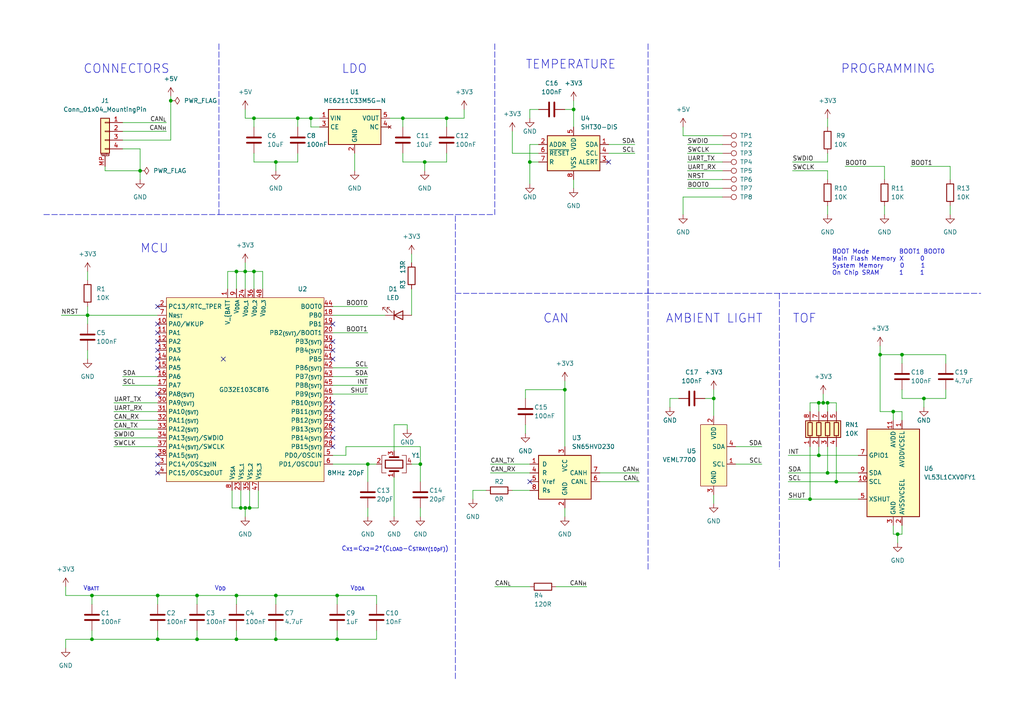
<source format=kicad_sch>
(kicad_sch (version 20211123) (generator eeschema)
  (paper "A4")
  (lib_symbols
    (symbol "Connector:TestPoint" (pin_numbers hide) (pin_names (offset 0.762) hide)
      (property "Reference" "TP" (at 0 6.858 0))
      (property "Value" "TestPoint" (at 0 5.08 0))
      (symbol "TestPoint_0_1"
        (circle (center 0 3.302) (radius 0.762))
      )
      (symbol "TestPoint_1_1"
        (pin passive line (at 0 0 90) (length 2.54) (name "1") (number "1"))
      )
    )
    (symbol "Connector_Generic_MountingPin:Conn_01x04_MountingPin" (pin_names (offset 1.016) hide)
      (property "Reference" "J" (at 0 5.08 0))
      (property "Value" "Conn_01x04_MountingPin" (at 1.27 -7.62 0))
      (symbol "Conn_01x04_MountingPin_1_1"
        (rectangle (start -1.27 -4.953) (end 0 -5.207) (stroke (width 0.1524)))
        (rectangle (start -1.27 -2.413) (end 0 -2.667) (stroke (width 0.1524)))
        (rectangle (start -1.27 0.127) (end 0 -0.127) (stroke (width 0.1524)))
        (rectangle (start -1.27 2.667) (end 0 2.413) (stroke (width 0.1524)))
        (rectangle (start -1.27 3.81) (end 1.27 -6.35) (stroke (width 0.254)) (fill (type background)))
        (polyline (pts (xy -1.016 -7.112) (xy 1.016 -7.112)) (stroke (width 0.1524)))
        (text "Mounting" (at 0 -6.731 0) (effects (font (size 0.381 0.381))))
        (pin passive line (at -5.08 2.54 0) (length 3.81) (name "Pin_1") (number "1"))
        (pin passive line (at -5.08 0 0) (length 3.81) (name "Pin_2") (number "2"))
        (pin passive line (at -5.08 -2.54 0) (length 3.81) (name "Pin_3") (number "3"))
        (pin passive line (at -5.08 -5.08 0) (length 3.81) (name "Pin_4") (number "4"))
        (pin passive line (at 0 -10.16 90) (length 3.048) (name "MountPin") (number "MP"))
      )
    )
    (symbol "Device:C" (pin_numbers hide) (pin_names (offset 0.254))
      (property "Reference" "C" (at 0.635 2.54 0))
      (property "Value" "C" (at 0.635 -2.54 0))
      (symbol "C_0_1"
        (polyline (pts (xy -2.032 -0.762) (xy 2.032 -0.762)) (stroke (width 0.508)))
        (polyline (pts (xy -2.032 0.762) (xy 2.032 0.762)) (stroke (width 0.508)))
      )
      (symbol "C_1_1"
        (pin passive line (at 0 3.81 270) (length 2.794) (name "~") (number "1"))
        (pin passive line (at 0 -3.81 90) (length 2.794) (name "~") (number "2"))
      )
    )
    (symbol "Device:Crystal_GND24" (pin_names (offset 1.016) hide)
      (property "Reference" "Y" (at 3.175 5.08 0))
      (property "Value" "Crystal_GND24" (at 3.175 3.175 0))
      (symbol "Crystal_GND24_0_1"
        (rectangle (start -1.143 2.54) (end 1.143 -2.54) (stroke (width 0.3048)))
        (polyline (pts (xy -2.54 0) (xy -2.032 0)))
        (polyline (pts (xy -2.032 -1.27) (xy -2.032 1.27)) (stroke (width 0.508)))
        (polyline (pts (xy 0 -3.81) (xy 0 -3.556)))
        (polyline (pts (xy 0 3.556) (xy 0 3.81)))
        (polyline (pts (xy 2.032 -1.27) (xy 2.032 1.27)) (stroke (width 0.508)))
        (polyline (pts (xy 2.032 0) (xy 2.54 0)))
        (polyline (pts (xy -2.54 -2.286) (xy -2.54 -3.556) (xy 2.54 -3.556) (xy 2.54 -2.286)))
        (polyline (pts (xy -2.54 2.286) (xy -2.54 3.556) (xy 2.54 3.556) (xy 2.54 2.286)))
      )
      (symbol "Crystal_GND24_1_1"
        (pin passive line (at -3.81 0 0) (length 1.27) (name "1") (number "1"))
        (pin passive line (at 0 5.08 270) (length 1.27) (name "2") (number "2"))
        (pin passive line (at 3.81 0 180) (length 1.27) (name "3") (number "3"))
        (pin passive line (at 0 -5.08 90) (length 1.27) (name "4") (number "4"))
      )
    )
    (symbol "Device:LED" (pin_numbers hide) (pin_names (offset 1.016) hide)
      (property "Reference" "D" (at 0 2.54 0))
      (property "Value" "LED" (at 0 -2.54 0))
      (symbol "LED_0_1"
        (polyline (pts (xy -1.27 -1.27) (xy -1.27 1.27)) (stroke (width 0.254)))
        (polyline (pts (xy -1.27 0) (xy 1.27 0)))
        (polyline (pts (xy 1.27 -1.27) (xy 1.27 1.27) (xy -1.27 0) (xy 1.27 -1.27)) (stroke (width 0.254)))
        (polyline (pts (xy -3.048 -0.762) (xy -4.572 -2.286) (xy -3.81 -2.286) (xy -4.572 -2.286) (xy -4.572 -1.524)))
        (polyline (pts (xy -1.778 -0.762) (xy -3.302 -2.286) (xy -2.54 -2.286) (xy -3.302 -2.286) (xy -3.302 -1.524)))
      )
      (symbol "LED_1_1"
        (pin passive line (at -3.81 0 0) (length 2.54) (name "K") (number "1"))
        (pin passive line (at 3.81 0 180) (length 2.54) (name "A") (number "2"))
      )
    )
    (symbol "Device:R" (pin_numbers hide) (pin_names (offset 0))
      (property "Reference" "R" (at 2.032 0 90))
      (property "Value" "R" (at 0 0 90))
      (symbol "R_0_1"
        (rectangle (start -1.016 -2.54) (end 1.016 2.54) (stroke (width 0.254)))
      )
      (symbol "R_1_1"
        (pin passive line (at 0 3.81 270) (length 1.27) (name "~") (number "1"))
        (pin passive line (at 0 -3.81 90) (length 1.27) (name "~") (number "2"))
      )
    )
    (symbol "Device:R_Pack04" (pin_names (offset 0) hide)
      (property "Reference" "RN" (at -7.62 0 90))
      (property "Value" "R_Pack04" (at 5.08 0 90))
      (symbol "R_Pack04_0_1"
        (rectangle (start -6.35 -2.413) (end 3.81 2.413) (stroke (width 0.254)) (fill (type background)))
        (rectangle (start -5.715 1.905) (end -4.445 -1.905) (stroke (width 0.254)))
        (rectangle (start -3.175 1.905) (end -1.905 -1.905) (stroke (width 0.254)))
        (rectangle (start -0.635 1.905) (end 0.635 -1.905) (stroke (width 0.254)))
        (polyline (pts (xy -5.08 -2.54) (xy -5.08 -1.905)))
        (polyline (pts (xy -5.08 1.905) (xy -5.08 2.54)))
        (polyline (pts (xy -2.54 -2.54) (xy -2.54 -1.905)))
        (polyline (pts (xy -2.54 1.905) (xy -2.54 2.54)))
        (polyline (pts (xy 0 -2.54) (xy 0 -1.905)))
        (polyline (pts (xy 0 1.905) (xy 0 2.54)))
        (polyline (pts (xy 2.54 -2.54) (xy 2.54 -1.905)))
        (polyline (pts (xy 2.54 1.905) (xy 2.54 2.54)))
        (rectangle (start 1.905 1.905) (end 3.175 -1.905) (stroke (width 0.254)))
      )
      (symbol "R_Pack04_1_1"
        (pin passive line (at -5.08 -5.08 90) (length 2.54) (name "R1.1") (number "1"))
        (pin passive line (at -2.54 -5.08 90) (length 2.54) (name "R2.1") (number "2"))
        (pin passive line (at 0 -5.08 90) (length 2.54) (name "R3.1") (number "3"))
        (pin passive line (at 2.54 -5.08 90) (length 2.54) (name "R4.1") (number "4"))
        (pin passive line (at 2.54 5.08 270) (length 2.54) (name "R4.2") (number "5"))
        (pin passive line (at 0 5.08 270) (length 2.54) (name "R3.2") (number "6"))
        (pin passive line (at -2.54 5.08 270) (length 2.54) (name "R2.2") (number "7"))
        (pin passive line (at -5.08 5.08 270) (length 2.54) (name "R1.2") (number "8"))
      )
    )
    (symbol "Interface_CAN_LIN:SN65HVD230" (pin_names (offset 1.016))
      (property "Reference" "U" (at -2.54 10.16 0))
      (property "Value" "SN65HVD230" (at -2.54 7.62 0))
      (symbol "SN65HVD230_0_1"
        (rectangle (start -7.62 5.08) (end 7.62 -7.62) (stroke (width 0.254)) (fill (type background)))
      )
      (symbol "SN65HVD230_1_1"
        (pin input line (at -10.16 2.54 0) (length 2.54) (name "D") (number "1"))
        (pin power_in line (at 0 -10.16 90) (length 2.54) (name "GND") (number "2"))
        (pin power_in line (at 0 7.62 270) (length 2.54) (name "VCC") (number "3"))
        (pin output line (at -10.16 0 0) (length 2.54) (name "R") (number "4"))
        (pin output line (at -10.16 -2.54 0) (length 2.54) (name "Vref") (number "5"))
        (pin bidirectional line (at 10.16 -2.54 180) (length 2.54) (name "CANL") (number "6"))
        (pin bidirectional line (at 10.16 0 180) (length 2.54) (name "CANH") (number "7"))
        (pin input line (at -10.16 -5.08 0) (length 2.54) (name "Rs") (number "8"))
      )
    )
    (symbol "Sensor_Distance:VL53L1CXV0FY1"
      (property "Reference" "U" (at -6.35 13.97 0))
      (property "Value" "VL53L1CXV0FY1" (at 12.065 13.97 0))
      (symbol "VL53L1CXV0FY1_0_1"
        (rectangle (start -7.62 12.7) (end 7.62 -12.7) (stroke (width 0.254)) (fill (type background)))
      )
      (symbol "VL53L1CXV0FY1_1_1"
        (pin power_in line (at 2.54 15.24 270) (length 2.54) (name "AVDDVCSEL") (number "1"))
        (pin input line (at -10.16 -2.54 0) (length 2.54) (name "SCL") (number "10"))
        (pin power_in line (at 0 15.24 270) (length 2.54) (name "AVDD") (number "11"))
        (pin passive line (at 0 -15.24 90) (length 2.54) hide (name "GND") (number "12"))
        (pin power_in line (at 2.54 -15.24 90) (length 2.54) (name "AVSSVCSEL") (number "2"))
        (pin power_in line (at 0 -15.24 90) (length 2.54) (name "GND") (number "3"))
        (pin passive line (at 0 -15.24 90) (length 2.54) hide (name "GND") (number "4"))
        (pin input line (at -10.16 -7.62 0) (length 2.54) (name "XSHUT") (number "5"))
        (pin passive line (at 0 -15.24 90) (length 2.54) hide (name "GND") (number "6"))
        (pin open_collector line (at -10.16 5.08 0) (length 2.54) (name "GPIO1") (number "7"))
        (pin no_connect line (at -7.62 7.62 0) (length 2.54) hide (name "DNC") (number "8"))
        (pin bidirectional line (at -10.16 0 0) (length 2.54) (name "SDA") (number "9"))
      )
    )
    (symbol "Sensor_Humidity:SHT30-DIS"
      (property "Reference" "U" (at -6.35 6.35 0))
      (property "Value" "SHT30-DIS" (at 6.35 6.35 0))
      (symbol "SHT30-DIS_0_1"
        (rectangle (start -7.62 5.08) (end 7.62 -5.08) (stroke (width 0.254)) (fill (type background)))
      )
      (symbol "SHT30-DIS_1_1"
        (pin bidirectional line (at 10.16 2.54 180) (length 2.54) (name "SDA") (number "1"))
        (pin input line (at -10.16 2.54 0) (length 2.54) (name "ADDR") (number "2"))
        (pin output line (at 10.16 -2.54 180) (length 2.54) (name "ALERT") (number "3"))
        (pin input line (at 10.16 0 180) (length 2.54) (name "SCL") (number "4"))
        (pin power_in line (at 0 7.62 270) (length 2.54) (name "VDD") (number "5"))
        (pin input line (at -10.16 0 0) (length 2.54) (name "~{RESET}") (number "6"))
        (pin passive line (at -10.16 -2.54 0) (length 2.54) (name "R") (number "7"))
        (pin power_in line (at 0 -7.62 90) (length 2.54) (name "VSS") (number "8"))
        (pin passive line (at 0 -7.62 90) (length 2.54) hide (name "VSS") (number "9"))
      )
    )
    (symbol "power:+3V3" (power) (pin_names (offset 0))
      (property "Value" "+3V3" (at 0 3.556 0))
      (symbol "+3V3_0_1"
        (polyline (pts (xy -0.762 1.27) (xy 0 2.54)))
        (polyline (pts (xy 0 0) (xy 0 2.54)))
        (polyline (pts (xy 0 2.54) (xy 0.762 1.27)))
      )
      (symbol "+3V3_1_1"
        (pin power_in line (at 0 0 90) (length 0) hide (name "+3V3") (number "1"))
      )
    )
    (symbol "power:+5V" (power) (pin_names (offset 0))
      (property "Value" "+5V" (at 0 3.556 0))
      (symbol "+5V_0_1"
        (polyline (pts (xy -0.762 1.27) (xy 0 2.54)))
        (polyline (pts (xy 0 0) (xy 0 2.54)))
        (polyline (pts (xy 0 2.54) (xy 0.762 1.27)))
      )
      (symbol "+5V_1_1"
        (pin power_in line (at 0 0 90) (length 0) hide (name "+5V") (number "1"))
      )
    )
    (symbol "power:GND" (power) (pin_names (offset 0))
      (property "Value" "GND" (at 0 -3.81 0))
      (symbol "GND_0_1"
        (polyline (pts (xy 0 0) (xy 0 -1.27) (xy 1.27 -1.27) (xy 0 -2.54) (xy -1.27 -1.27) (xy 0 -1.27)))
      )
      (symbol "GND_1_1"
        (pin power_in line (at 0 0 270) (length 0) hide (name "GND") (number "1"))
      )
    )
    (symbol "power:PWR_FLAG" (power) (pin_numbers hide) (pin_names (offset 0) hide)
      (property "Value" "PWR_FLAG" (at 0 3.81 0))
      (symbol "PWR_FLAG_0_0"
        (pin power_out line (at 0 0 90) (length 0) (name "pwr") (number "1"))
      )
      (symbol "PWR_FLAG_0_1"
        (polyline (pts (xy 0 0) (xy 0 1.27) (xy -1.016 1.905) (xy 0 2.54) (xy 1.016 1.905) (xy 0 1.27)))
      )
    )
    (symbol "tofncan:GD32E103C8T6"
      (property "Reference" "U" (at 19.05 29.21 0))
      (property "Value" "GD32E103C8T6" (at 0 0 0))
      (symbol "GD32E103C8T6_0_1"
        (rectangle (start -22.86 26.67) (end 22.86 -26.67) (fill (type background)))
      )
      (symbol "GD32E103C8T6_1_1"
        (pin power_in line (at -5.08 29.21 270) (length 2.54) (name "V_{BATT") (number "1"))
        (pin bidirectional line (at -25.4 19.05 0) (length 2.54) (name "PA0/WKUP") (number "10"))
        (pin bidirectional line (at -25.4 16.51 0) (length 2.54) (name "PA1") (number "11"))
        (pin bidirectional line (at -25.4 13.97 0) (length 2.54) (name "PA2") (number "12"))
        (pin bidirectional line (at -25.4 11.43 0) (length 2.54) (name "PA3") (number "13"))
        (pin bidirectional line (at -25.4 8.89 0) (length 2.54) (name "PA4") (number "14"))
        (pin bidirectional line (at -25.4 6.35 0) (length 2.54) (name "PA5") (number "15"))
        (pin bidirectional line (at -25.4 3.81 0) (length 2.54) (name "PA6") (number "16"))
        (pin bidirectional line (at -25.4 1.27 0) (length 2.54) (name "PA7") (number "17"))
        (pin bidirectional line (at 25.4 21.59 180) (length 2.54) (name "PB0") (number "18"))
        (pin bidirectional line (at 25.4 19.05 180) (length 2.54) (name "PB1") (number "19"))
        (pin bidirectional line (at -25.4 24.13 0) (length 2.54) (name "PC13/RTC_TPER") (number "2"))
        (pin bidirectional line (at 25.4 16.51 180) (length 2.54) (name "PB2_{(5VT)}/BOOT1") (number "20"))
        (pin bidirectional line (at 25.4 -3.81 180) (length 2.54) (name "PB10_{(5VT)}") (number "21"))
        (pin bidirectional line (at 25.4 -6.35 180) (length 2.54) (name "PB11_{(5VT)}") (number "22"))
        (pin power_in line (at -1.27 -29.21 90) (length 2.54) (name "V_{SS_1}") (number "23"))
        (pin power_in line (at 0 29.21 270) (length 2.54) (name "V_{DD_1}") (number "24"))
        (pin bidirectional line (at 25.4 -8.89 180) (length 2.54) (name "PB12_{(5VT)}") (number "25"))
        (pin bidirectional line (at 25.4 -11.43 180) (length 2.54) (name "PB13_{(5VT)}") (number "26"))
        (pin bidirectional line (at 25.4 -13.97 180) (length 2.54) (name "PB14_{(5VT)}") (number "27"))
        (pin bidirectional line (at 25.4 -16.51 180) (length 2.54) (name "PB15_{(5VT)}") (number "28"))
        (pin bidirectional line (at -25.4 -1.27 0) (length 2.54) (name "PA8_{(5VT)}") (number "29"))
        (pin bidirectional line (at -25.4 -21.59 0) (length 2.54) (name "PC14/OSC_{32}IN") (number "3"))
        (pin bidirectional line (at -25.4 -3.81 0) (length 2.54) (name "PA9_{(5VT)}") (number "30"))
        (pin bidirectional line (at -25.4 -6.35 0) (length 2.54) (name "PA10_{(5VT)}") (number "31"))
        (pin bidirectional line (at -25.4 -8.89 0) (length 2.54) (name "PA11_{(5VT)}") (number "32"))
        (pin bidirectional line (at -25.4 -11.43 0) (length 2.54) (name "PA12_{(5VT)}") (number "33"))
        (pin bidirectional line (at -25.4 -13.97 0) (length 2.54) (name "PA13_{(5VT)}/SWDIO") (number "34"))
        (pin power_in line (at 1.27 -29.21 90) (length 2.54) (name "V_{SS_2}") (number "35"))
        (pin power_in line (at 2.54 29.21 270) (length 2.54) (name "V_{DD_2}") (number "36"))
        (pin bidirectional line (at -25.4 -16.51 0) (length 2.54) (name "PA14_{(5VT)}/SWCLK") (number "37"))
        (pin bidirectional line (at -25.4 -19.05 0) (length 2.54) (name "PA15_{(5VT)}") (number "38"))
        (pin bidirectional line (at 25.4 13.97 180) (length 2.54) (name "PB3_{(5VT)}") (number "39"))
        (pin bidirectional line (at -25.4 -24.13 0) (length 2.54) (name "PC15/OSC_{32}OUT") (number "4"))
        (pin bidirectional line (at 25.4 11.43 180) (length 2.54) (name "PB4_{(5VT)}") (number "40"))
        (pin bidirectional line (at 25.4 8.89 180) (length 2.54) (name "PB5") (number "41"))
        (pin bidirectional line (at 25.4 6.35 180) (length 2.54) (name "PB6_{(5VT)}") (number "42"))
        (pin bidirectional line (at 25.4 3.81 180) (length 2.54) (name "PB7_{(5VT)}") (number "43"))
        (pin input line (at 25.4 24.13 180) (length 2.54) (name "BOOT0") (number "44"))
        (pin bidirectional line (at 25.4 1.27 180) (length 2.54) (name "PB8_{(5VT)}") (number "45"))
        (pin bidirectional line (at 25.4 -1.27 180) (length 2.54) (name "PB9_{(5VT)}") (number "46"))
        (pin input line (at 3.81 -29.21 90) (length 2.54) (name "V_{SS_3}") (number "47"))
        (pin input line (at 5.08 29.21 270) (length 2.54) (name "V_{DD_3}") (number "48"))
        (pin input line (at 25.4 -19.05 180) (length 2.54) (name "PD0/OSCIN") (number "5"))
        (pin output line (at 25.4 -21.59 180) (length 2.54) (name "PD1/OSCOUT") (number "6"))
        (pin bidirectional line (at -25.4 21.59 0) (length 2.54) (name "N_{RST}") (number "7"))
        (pin power_in line (at -3.81 -29.21 90) (length 2.54) (name "V_{SSA}") (number "8"))
        (pin power_in line (at -2.54 29.21 270) (length 2.54) (name "V_{DDA}") (number "9"))
      )
    )
    (symbol "tofncan:ME6211C33M5G-N"
      (property "Reference" "U" (at 0 10.16 0))
      (property "Value" "ME6211C33M5G-N" (at 0 7.62 0))
      (symbol "ME6211C33M5G-N_0_1"
        (rectangle (start -7.62 5.08) (end 7.62 -5.08) (stroke (width 0.254)) (fill (type background)))
      )
      (symbol "ME6211C33M5G-N_1_1"
        (pin power_in line (at -10.16 2.54 0) (length 2.54) (name "VIN") (number "1"))
        (pin power_in line (at 0 -7.62 90) (length 2.54) (name "GND") (number "2"))
        (pin input line (at -10.16 0 0) (length 2.54) (name "CE") (number "3"))
        (pin no_connect line (at 10.16 0 180) (length 2.54) (name "NC") (number "4"))
        (pin power_out line (at 10.16 2.54 180) (length 2.54) (name "VOUT") (number "5"))
      )
    )
    (symbol "tofncan:VEML7700"
      (property "Reference" "U" (at 0 0 0))
      (property "Value" "VEML7700" (at 0 0 0))
      (symbol "VEML7700_0_1"
        (rectangle (start -3.81 8.89) (end 3.81 -8.89) (fill (type background)))
      )
      (symbol "VEML7700_1_1"
        (pin open_collector line (at 6.35 -2.54 180) (length 2.54) (name "SCL") (number "1"))
        (pin power_in line (at 0 11.43 270) (length 2.54) (name "VDD") (number "2"))
        (pin power_in line (at 0 -11.43 90) (length 2.54) (name "GND") (number "3"))
        (pin open_collector line (at 6.35 2.54 180) (length 2.54) (name "SDA") (number "4"))
      )
    )
  )
  (junction (at 237.49 116.84))
  (junction (at 267.97 115.57))
  (junction (at 240.03 116.84))
  (junction (at 259.08 119.38))
  (junction (at 45.72 185.42))
  (junction (at 207.01 115.57))
  (junction (at 153.67 46.99))
  (junction (at 260.35 154.94))
  (junction (at 40.64 49.53))
  (junction (at 80.01 185.42))
  (junction (at 73.66 78.74))
  (junction (at 68.58 172.72))
  (junction (at 234.95 144.78))
  (junction (at 97.79 185.42))
  (junction (at 49.53 29.21))
  (junction (at 73.66 34.29))
  (junction (at 240.03 137.16))
  (junction (at 72.39 147.32))
  (junction (at 71.12 78.74))
  (junction (at 71.12 147.32))
  (junction (at 90.17 34.29))
  (junction (at 68.58 78.74))
  (junction (at 80.01 172.72))
  (junction (at 121.92 134.62))
  (junction (at 26.67 185.42))
  (junction (at 166.37 31.75))
  (junction (at 26.67 172.72))
  (junction (at 69.85 147.32))
  (junction (at 123.19 46.99))
  (junction (at 68.58 185.42))
  (junction (at 45.72 172.72))
  (junction (at 129.54 34.29))
  (junction (at 261.62 102.87))
  (junction (at 237.49 132.08))
  (junction (at 80.01 46.99))
  (junction (at 97.79 172.72))
  (junction (at 238.76 116.84))
  (junction (at 116.84 34.29))
  (junction (at 25.4 91.44))
  (junction (at 106.68 134.62))
  (junction (at 57.15 185.42))
  (junction (at 255.27 102.87))
  (junction (at 86.36 34.29))
  (junction (at 57.15 172.72))
  (junction (at 163.83 113.03))
  (junction (at 242.57 139.7))
  (no_connect (at 45.72 132.08))
  (no_connect (at 96.52 104.14))
  (no_connect (at 176.53 46.99))
  (no_connect (at 153.67 139.7))
  (no_connect (at 96.52 121.92))
  (no_connect (at 96.52 127))
  (no_connect (at 96.52 129.54))
  (no_connect (at 45.72 137.16))
  (no_connect (at 45.72 134.62))
  (no_connect (at 45.72 114.3))
  (no_connect (at 45.72 106.68))
  (no_connect (at 45.72 88.9))
  (no_connect (at 45.72 93.98))
  (no_connect (at 45.72 96.52))
  (no_connect (at 45.72 99.06))
  (no_connect (at 45.72 101.6))
  (no_connect (at 45.72 104.14))
  (no_connect (at 96.52 93.98))
  (no_connect (at 96.52 116.84))
  (no_connect (at 64.77 104.14))
  (no_connect (at 96.52 99.06))
  (no_connect (at 96.52 119.38))
  (no_connect (at 96.52 101.6))
  (no_connect (at 96.52 124.46))
  (wire (pts (xy 173.99 139.7) (xy 185.42 139.7)))
  (wire (pts (xy 148.59 142.24) (xy 153.67 142.24)))
  (wire (pts (xy 33.02 127) (xy 45.72 127)))
  (wire (pts (xy 45.72 172.72) (xy 57.15 172.72)))
  (wire (pts (xy 69.85 142.24) (xy 69.85 147.32)))
  (wire (pts (xy 73.66 34.29) (xy 73.66 36.83)))
  (wire (pts (xy 240.03 59.69) (xy 240.03 62.23)))
  (wire (pts (xy 207.01 115.57) (xy 207.01 120.65)))
  (wire (pts (xy 35.56 35.56) (xy 48.26 35.56)))
  (wire (pts (xy 80.01 172.72) (xy 80.01 175.26)))
  (polyline (pts (xy 187.96 85.09) (xy 284.48 85.09)))
  (wire (pts (xy 74.93 147.32) (xy 74.93 142.24)))
  (wire (pts (xy 142.24 137.16) (xy 153.67 137.16)))
  (wire (pts (xy 113.03 34.29) (xy 116.84 34.29)))
  (wire (pts (xy 198.12 57.15) (xy 209.55 57.15)))
  (wire (pts (xy 213.36 134.62) (xy 220.98 134.62)))
  (wire (pts (xy 238.76 116.84) (xy 240.03 116.84)))
  (wire (pts (xy 176.53 41.91) (xy 184.15 41.91)))
  (wire (pts (xy 114.3 138.43) (xy 114.3 149.86)))
  (wire (pts (xy 73.66 78.74) (xy 76.2 78.74)))
  (wire (pts (xy 96.52 114.3) (xy 106.68 114.3)))
  (wire (pts (xy 68.58 172.72) (xy 68.58 175.26)))
  (wire (pts (xy 25.4 91.44) (xy 25.4 93.98)))
  (wire (pts (xy 17.78 91.44) (xy 25.4 91.44)))
  (polyline (pts (xy 187.96 12.7) (xy 187.96 85.09)))
  (wire (pts (xy 96.52 134.62) (xy 106.68 134.62)))
  (wire (pts (xy 261.62 113.03) (xy 261.62 115.57)))
  (wire (pts (xy 152.4 113.03) (xy 152.4 115.57)))
  (wire (pts (xy 45.72 182.88) (xy 45.72 185.42)))
  (wire (pts (xy 156.21 31.75) (xy 153.67 31.75)))
  (wire (pts (xy 153.67 46.99) (xy 153.67 53.34)))
  (wire (pts (xy 45.72 111.76) (xy 35.56 111.76)))
  (wire (pts (xy 274.32 115.57) (xy 274.32 113.03)))
  (wire (pts (xy 255.27 119.38) (xy 255.27 102.87)))
  (wire (pts (xy 261.62 115.57) (xy 267.97 115.57)))
  (wire (pts (xy 86.36 46.99) (xy 80.01 46.99)))
  (wire (pts (xy 242.57 116.84) (xy 242.57 119.38)))
  (wire (pts (xy 163.83 113.03) (xy 163.83 129.54)))
  (wire (pts (xy 275.59 59.69) (xy 275.59 62.23)))
  (wire (pts (xy 176.53 44.45) (xy 184.15 44.45)))
  (wire (pts (xy 256.54 48.26) (xy 256.54 52.07)))
  (wire (pts (xy 198.12 36.83) (xy 198.12 39.37)))
  (wire (pts (xy 66.04 78.74) (xy 68.58 78.74)))
  (wire (pts (xy 209.55 49.53) (xy 199.39 49.53)))
  (wire (pts (xy 240.03 34.29) (xy 240.03 36.83)))
  (wire (pts (xy 40.64 43.18) (xy 40.64 49.53)))
  (wire (pts (xy 123.19 46.99) (xy 116.84 46.99)))
  (wire (pts (xy 260.35 154.94) (xy 261.62 154.94)))
  (wire (pts (xy 209.55 44.45) (xy 199.39 44.45)))
  (wire (pts (xy 259.08 119.38) (xy 255.27 119.38)))
  (wire (pts (xy 198.12 39.37) (xy 209.55 39.37)))
  (polyline (pts (xy 187.96 85.09) (xy 187.96 83.82)))
  (wire (pts (xy 261.62 121.92) (xy 261.62 119.38)))
  (wire (pts (xy 261.62 102.87) (xy 261.62 105.41)))
  (wire (pts (xy 238.76 114.3) (xy 238.76 116.84)))
  (wire (pts (xy 86.36 34.29) (xy 90.17 34.29)))
  (polyline (pts (xy 132.08 196.85) (xy 132.08 62.23)))
  (wire (pts (xy 264.16 48.26) (xy 275.59 48.26)))
  (wire (pts (xy 209.55 54.61) (xy 199.39 54.61)))
  (wire (pts (xy 123.19 49.53) (xy 123.19 46.99)))
  (wire (pts (xy 209.55 41.91) (xy 199.39 41.91)))
  (wire (pts (xy 76.2 78.74) (xy 76.2 83.82)))
  (wire (pts (xy 35.56 43.18) (xy 40.64 43.18)))
  (wire (pts (xy 96.52 88.9) (xy 106.68 88.9)))
  (wire (pts (xy 71.12 34.29) (xy 73.66 34.29)))
  (wire (pts (xy 68.58 185.42) (xy 80.01 185.42)))
  (wire (pts (xy 67.31 142.24) (xy 67.31 147.32)))
  (wire (pts (xy 260.35 154.94) (xy 260.35 157.48)))
  (wire (pts (xy 255.27 100.33) (xy 255.27 102.87)))
  (wire (pts (xy 71.12 78.74) (xy 71.12 83.82)))
  (wire (pts (xy 207.01 143.51) (xy 207.01 146.05)))
  (wire (pts (xy 25.4 78.74) (xy 25.4 81.28)))
  (wire (pts (xy 109.22 185.42) (xy 109.22 182.88)))
  (wire (pts (xy 163.83 147.32) (xy 163.83 149.86)))
  (wire (pts (xy 71.12 78.74) (xy 73.66 78.74)))
  (wire (pts (xy 100.33 132.08) (xy 100.33 129.54)))
  (wire (pts (xy 148.59 38.1) (xy 148.59 44.45)))
  (wire (pts (xy 97.79 185.42) (xy 109.22 185.42)))
  (wire (pts (xy 97.79 172.72) (xy 97.79 175.26)))
  (wire (pts (xy 68.58 78.74) (xy 68.58 83.82)))
  (wire (pts (xy 86.36 34.29) (xy 86.36 36.83)))
  (wire (pts (xy 119.38 83.82) (xy 119.38 91.44)))
  (wire (pts (xy 72.39 147.32) (xy 74.93 147.32)))
  (wire (pts (xy 237.49 129.54) (xy 237.49 132.08)))
  (wire (pts (xy 198.12 57.15) (xy 198.12 62.23)))
  (wire (pts (xy 40.64 49.53) (xy 40.64 52.07)))
  (wire (pts (xy 237.49 132.08) (xy 248.92 132.08)))
  (wire (pts (xy 26.67 172.72) (xy 45.72 172.72)))
  (wire (pts (xy 26.67 185.42) (xy 19.05 185.42)))
  (wire (pts (xy 234.95 116.84) (xy 237.49 116.84)))
  (wire (pts (xy 86.36 44.45) (xy 86.36 46.99)))
  (wire (pts (xy 90.17 34.29) (xy 90.17 36.83)))
  (wire (pts (xy 242.57 129.54) (xy 242.57 139.7)))
  (wire (pts (xy 57.15 182.88) (xy 57.15 185.42)))
  (wire (pts (xy 256.54 59.69) (xy 256.54 62.23)))
  (wire (pts (xy 25.4 101.6) (xy 25.4 104.14)))
  (wire (pts (xy 240.03 129.54) (xy 240.03 137.16)))
  (wire (pts (xy 228.6 139.7) (xy 242.57 139.7)))
  (wire (pts (xy 96.52 106.68) (xy 106.68 106.68)))
  (wire (pts (xy 68.58 172.72) (xy 80.01 172.72)))
  (wire (pts (xy 213.36 129.54) (xy 220.98 129.54)))
  (wire (pts (xy 228.6 132.08) (xy 237.49 132.08)))
  (wire (pts (xy 255.27 102.87) (xy 261.62 102.87)))
  (wire (pts (xy 163.83 110.49) (xy 163.83 113.03)))
  (wire (pts (xy 166.37 31.75) (xy 166.37 36.83)))
  (wire (pts (xy 26.67 185.42) (xy 45.72 185.42)))
  (wire (pts (xy 96.52 96.52) (xy 106.68 96.52)))
  (wire (pts (xy 116.84 34.29) (xy 129.54 34.29)))
  (wire (pts (xy 109.22 134.62) (xy 106.68 134.62)))
  (wire (pts (xy 96.52 111.76) (xy 106.68 111.76)))
  (wire (pts (xy 96.52 132.08) (xy 100.33 132.08)))
  (wire (pts (xy 67.31 147.32) (xy 69.85 147.32)))
  (wire (pts (xy 100.33 129.54) (xy 121.92 129.54)))
  (wire (pts (xy 123.19 46.99) (xy 129.54 46.99)))
  (wire (pts (xy 245.11 48.26) (xy 256.54 48.26)))
  (wire (pts (xy 66.04 83.82) (xy 66.04 78.74)))
  (wire (pts (xy 129.54 44.45) (xy 129.54 46.99)))
  (wire (pts (xy 92.71 36.83) (xy 90.17 36.83)))
  (wire (pts (xy 237.49 116.84) (xy 238.76 116.84)))
  (wire (pts (xy 119.38 134.62) (xy 121.92 134.62)))
  (wire (pts (xy 161.29 170.18) (xy 170.18 170.18)))
  (wire (pts (xy 80.01 49.53) (xy 80.01 46.99)))
  (wire (pts (xy 234.95 119.38) (xy 234.95 116.84)))
  (wire (pts (xy 80.01 185.42) (xy 97.79 185.42)))
  (wire (pts (xy 33.02 121.92) (xy 45.72 121.92)))
  (wire (pts (xy 228.6 137.16) (xy 240.03 137.16)))
  (wire (pts (xy 163.83 113.03) (xy 152.4 113.03)))
  (wire (pts (xy 121.92 134.62) (xy 121.92 139.7)))
  (polyline (pts (xy 63.5 62.23) (xy 143.51 62.23)))
  (wire (pts (xy 116.84 46.99) (xy 116.84 44.45)))
  (wire (pts (xy 118.11 123.19) (xy 118.11 124.46)))
  (wire (pts (xy 240.03 44.45) (xy 240.03 46.99)))
  (wire (pts (xy 137.16 142.24) (xy 137.16 144.78)))
  (wire (pts (xy 73.66 46.99) (xy 73.66 44.45)))
  (wire (pts (xy 96.52 109.22) (xy 106.68 109.22)))
  (wire (pts (xy 90.17 34.29) (xy 92.71 34.29)))
  (wire (pts (xy 121.92 129.54) (xy 121.92 134.62)))
  (wire (pts (xy 153.67 31.75) (xy 153.67 34.29)))
  (wire (pts (xy 156.21 41.91) (xy 153.67 41.91)))
  (wire (pts (xy 196.85 115.57) (xy 194.31 115.57)))
  (wire (pts (xy 142.24 134.62) (xy 153.67 134.62)))
  (wire (pts (xy 114.3 123.19) (xy 118.11 123.19)))
  (polyline (pts (xy 63.5 12.7) (xy 63.5 62.23)))
  (wire (pts (xy 234.95 144.78) (xy 248.92 144.78)))
  (wire (pts (xy 71.12 147.32) (xy 71.12 149.86)))
  (wire (pts (xy 261.62 154.94) (xy 261.62 152.4)))
  (wire (pts (xy 71.12 31.75) (xy 71.12 34.29)))
  (wire (pts (xy 106.68 147.32) (xy 106.68 149.86)))
  (wire (pts (xy 119.38 73.66) (xy 119.38 76.2)))
  (wire (pts (xy 234.95 129.54) (xy 234.95 144.78)))
  (wire (pts (xy 73.66 78.74) (xy 73.66 83.82)))
  (wire (pts (xy 261.62 119.38) (xy 259.08 119.38)))
  (wire (pts (xy 25.4 91.44) (xy 45.72 91.44)))
  (wire (pts (xy 33.02 124.46) (xy 45.72 124.46)))
  (wire (pts (xy 26.67 172.72) (xy 19.05 172.72)))
  (wire (pts (xy 134.62 31.75) (xy 134.62 34.29)))
  (wire (pts (xy 30.48 48.26) (xy 30.48 49.53)))
  (wire (pts (xy 156.21 44.45) (xy 148.59 44.45)))
  (wire (pts (xy 57.15 185.42) (xy 68.58 185.42)))
  (wire (pts (xy 116.84 34.29) (xy 116.84 36.83)))
  (wire (pts (xy 30.48 49.53) (xy 40.64 49.53)))
  (wire (pts (xy 57.15 172.72) (xy 68.58 172.72)))
  (wire (pts (xy 259.08 119.38) (xy 259.08 121.92)))
  (wire (pts (xy 207.01 115.57) (xy 204.47 115.57)))
  (wire (pts (xy 153.67 46.99) (xy 156.21 46.99)))
  (wire (pts (xy 80.01 182.88) (xy 80.01 185.42)))
  (wire (pts (xy 96.52 91.44) (xy 111.76 91.44)))
  (wire (pts (xy 237.49 116.84) (xy 237.49 119.38)))
  (wire (pts (xy 33.02 116.84) (xy 45.72 116.84)))
  (wire (pts (xy 229.87 49.53) (xy 240.03 49.53)))
  (wire (pts (xy 274.32 102.87) (xy 274.32 105.41)))
  (wire (pts (xy 240.03 137.16) (xy 248.92 137.16)))
  (wire (pts (xy 68.58 78.74) (xy 71.12 78.74)))
  (wire (pts (xy 45.72 109.22) (xy 35.56 109.22)))
  (wire (pts (xy 57.15 172.72) (xy 57.15 175.26)))
  (wire (pts (xy 275.59 48.26) (xy 275.59 52.07)))
  (wire (pts (xy 26.67 182.88) (xy 26.67 185.42)))
  (wire (pts (xy 72.39 142.24) (xy 72.39 147.32)))
  (wire (pts (xy 33.02 129.54) (xy 45.72 129.54)))
  (wire (pts (xy 33.02 119.38) (xy 45.72 119.38)))
  (wire (pts (xy 109.22 172.72) (xy 109.22 175.26)))
  (wire (pts (xy 45.72 172.72) (xy 45.72 175.26)))
  (wire (pts (xy 71.12 147.32) (xy 72.39 147.32)))
  (wire (pts (xy 68.58 182.88) (xy 68.58 185.42)))
  (wire (pts (xy 209.55 46.99) (xy 199.39 46.99)))
  (wire (pts (xy 19.05 170.18) (xy 19.05 172.72)))
  (polyline (pts (xy 132.08 85.09) (xy 187.96 85.09)))
  (wire (pts (xy 49.53 27.94) (xy 49.53 29.21)))
  (wire (pts (xy 240.03 116.84) (xy 242.57 116.84)))
  (wire (pts (xy 73.66 34.29) (xy 86.36 34.29)))
  (wire (pts (xy 140.97 142.24) (xy 137.16 142.24)))
  (wire (pts (xy 129.54 34.29) (xy 134.62 34.29)))
  (wire (pts (xy 26.67 175.26) (xy 26.67 172.72)))
  (wire (pts (xy 259.08 154.94) (xy 260.35 154.94)))
  (wire (pts (xy 114.3 123.19) (xy 114.3 130.81)))
  (polyline (pts (xy 143.51 12.7) (xy 143.51 62.23)))
  (wire (pts (xy 69.85 147.32) (xy 71.12 147.32)))
  (wire (pts (xy 194.31 115.57) (xy 194.31 118.11)))
  (wire (pts (xy 45.72 185.42) (xy 57.15 185.42)))
  (wire (pts (xy 19.05 185.42) (xy 19.05 187.96)))
  (wire (pts (xy 207.01 113.03) (xy 207.01 115.57)))
  (wire (pts (xy 229.87 46.99) (xy 240.03 46.99)))
  (wire (pts (xy 97.79 182.88) (xy 97.79 185.42)))
  (wire (pts (xy 80.01 172.72) (xy 97.79 172.72)))
  (wire (pts (xy 102.87 44.45) (xy 102.87 49.53)))
  (wire (pts (xy 25.4 88.9) (xy 25.4 91.44)))
  (wire (pts (xy 152.4 123.19) (xy 152.4 125.73)))
  (wire (pts (xy 166.37 29.21) (xy 166.37 31.75)))
  (wire (pts (xy 242.57 139.7) (xy 248.92 139.7)))
  (polyline (pts (xy 226.06 85.09) (xy 226.06 165.1)))
  (wire (pts (xy 267.97 115.57) (xy 267.97 118.11)))
  (wire (pts (xy 209.55 52.07) (xy 199.39 52.07)))
  (wire (pts (xy 71.12 76.2) (xy 71.12 78.74)))
  (wire (pts (xy 240.03 116.84) (xy 240.03 119.38)))
  (polyline (pts (xy 187.96 165.1) (xy 187.96 85.09)))
  (wire (pts (xy 129.54 34.29) (xy 129.54 36.83)))
  (polyline (pts (xy 12.7 62.23) (xy 63.5 62.23)))
  (wire (pts (xy 166.37 52.07) (xy 166.37 54.61)))
  (wire (pts (xy 267.97 115.57) (xy 274.32 115.57)))
  (wire (pts (xy 80.01 46.99) (xy 73.66 46.99)))
  (wire (pts (xy 166.37 31.75) (xy 163.83 31.75)))
  (wire (pts (xy 143.51 170.18) (xy 153.67 170.18)))
  (wire (pts (xy 121.92 147.32) (xy 121.92 149.86)))
  (wire (pts (xy 228.6 144.78) (xy 234.95 144.78)))
  (wire (pts (xy 49.53 29.21) (xy 49.53 40.64)))
  (wire (pts (xy 240.03 49.53) (xy 240.03 52.07)))
  (wire (pts (xy 97.79 172.72) (xy 109.22 172.72)))
  (wire (pts (xy 35.56 38.1) (xy 48.26 38.1)))
  (wire (pts (xy 106.68 134.62) (xy 106.68 139.7)))
  (wire (pts (xy 153.67 41.91) (xy 153.67 46.99)))
  (wire (pts (xy 173.99 137.16) (xy 185.42 137.16)))
  (wire (pts (xy 259.08 152.4) (xy 259.08 154.94)))
  (wire (pts (xy 35.56 40.64) (xy 49.53 40.64)))
  (wire (pts (xy 261.62 102.87) (xy 274.32 102.87)))
  (text "BOOT Mode         BOOT1 BOOT0\nMain Flash Memory X     0\nSystem Memory     0     1\nOn Chip SRAM      1     1 " (at 241.3 80.01 0) (effects (font (size 1.27 1.27)) (justify left bottom)))
  (text "C_{X1}=C_{X2}=2*(C_{LOAD}-C_{STRAY(10pF)})" (at 99.06 160.02 0) (effects (font (size 1.27 1.27)) (justify left bottom)))
  (text "CONNECTORS" (at 24.13 21.59 0) (effects (font (size 2.54 2.54)) (justify left bottom)))
  (text "TOF" (at 229.87 93.98 0) (effects (font (size 2.54 2.54)) (justify left bottom)))
  (text "V_{DD}" (at 62.23 171.45 0) (effects (font (size 1.27 1.27)) (justify left bottom)))
  (text "V_{DDA}" (at 101.6 171.45 0) (effects (font (size 1.27 1.27)) (justify left bottom)))
  (text "PROGRAMMING" (at 243.84 21.59 0) (effects (font (size 2.54 2.54)) (justify left bottom)))
  (text "AMBIENT LIGHT" (at 193.04 93.98 0) (effects (font (size 2.54 2.54)) (justify left bottom)))
  (text "MCU" (at 40.64 73.66 0) (effects (font (size 2.54 2.54)) (justify left bottom)))
  (text "TEMPERATURE" (at 152.4 20.32 0) (effects (font (size 2.54 2.54)) (justify left bottom)))
  (text "V_{BATT}" (at 24.13 171.45 0) (effects (font (size 1.27 1.27)) (justify left bottom)))
  (text "LDO" (at 99.06 21.59 0) (effects (font (size 2.54 2.54)) (justify left bottom)))
  (text "CAN" (at 157.48 93.98 0) (effects (font (size 2.54 2.54)) (justify left bottom)))
  (label "CAN_RX" (at 142.24 137.16 0))
  (label "CAN_{L}" (at 143.51 170.18 0))
  (label "NRST" (at 199.39 52.07 0))
  (label "SWDIO" (at 33.02 127 0))
  (label "BOOT0" (at 199.39 54.61 0))
  (label "SWCLK" (at 229.87 49.53 0))
  (label "INT" (at 228.6 132.08 0))
  (label "SDA" (at 228.6 137.16 0))
  (label "SCL" (at 220.98 134.62 180))
  (label "SHUT" (at 228.6 144.78 0))
  (label "SDA" (at 106.68 109.22 180))
  (label "INT" (at 106.68 111.76 180))
  (label "SCL" (at 35.56 111.76 0))
  (label "SDA" (at 35.56 109.22 0))
  (label "SDA" (at 220.98 129.54 180))
  (label "CAN_{L}" (at 48.26 35.56 180))
  (label "SDA" (at 184.15 41.91 180))
  (label "BOOT1" (at 264.16 48.26 0))
  (label "UART_TX" (at 33.02 116.84 0))
  (label "CAN_RX" (at 33.02 121.92 0))
  (label "CAN_TX" (at 142.24 134.62 0))
  (label "SCL" (at 106.68 106.68 180))
  (label "CAN_{H}" (at 170.18 170.18 180))
  (label "BOOT0" (at 245.11 48.26 0))
  (label "CAN_{H}" (at 185.42 137.16 180))
  (label "BOOT1" (at 106.68 96.52 180))
  (label "SCL" (at 184.15 44.45 180))
  (label "UART_RX" (at 33.02 119.38 0))
  (label "BOOT0" (at 106.68 88.9 180))
  (label "CAN_TX" (at 33.02 124.46 0))
  (label "SCL" (at 228.6 139.7 0))
  (label "SWCLK" (at 199.39 44.45 0))
  (label "UART_TX" (at 199.39 46.99 0))
  (label "CAN_{H}" (at 48.26 38.1 180))
  (label "SWCLK" (at 33.02 129.54 0))
  (label "SHUT" (at 106.68 114.3 180))
  (label "SWDIO" (at 229.87 46.99 0))
  (label "NRST" (at 17.78 91.44 0))
  (label "CAN_{L}" (at 185.42 139.7 180))
  (label "SWDIO" (at 199.39 41.91 0))
  (label "UART_RX" (at 199.39 49.53 0))
  (symbol (lib_id "power:+3V3") (at 240.03 34.29 0) (unit 1)
    (property "Reference" "#PWR027" (effects hide))
    (property "Value" "+3V3" (at 240.03 29.21 0))
  )
  (symbol (lib_id "Device:C") (at 274.32 109.22 0) (unit 1)
    (property "Reference" "C19" (at 276.86 107.9562 0) (effects (justify left)))
    (property "Value" "4.7uF" (at 276.86 110.4962 0) (effects (justify left)))
    (property "Footprint" "Capacitor_SMD:C_0402_1005Metric" (effects hide))
    (property "LCSC" "C23733" (effects hide))
  )
  (symbol (lib_id "Device:C") (at 73.66 40.64 0) (unit 1)
    (property "Reference" "C6" (at 77.47 39.3699 0) (effects (justify left)))
    (property "Value" "10uF" (at 77.47 41.9099 0) (effects (justify left)))
    (property "Footprint" "Capacitor_SMD:C_0805_2012Metric" (effects hide))
    (property "LCSC" "C88484" (effects hide))
  )
  (symbol (lib_id "Device:C") (at 86.36 40.64 0) (unit 1)
    (property "Reference" "C8" (at 88.9 39.3762 0) (effects (justify left)))
    (property "Value" "100nF" (at 88.9 41.9162 0) (effects (justify left)))
    (property "Footprint" "Capacitor_SMD:C_0402_1005Metric" (effects hide))
    (property "LCSC" "C1525" (effects hide))
  )
  (symbol (lib_id "Device:C") (at 97.79 179.07 0) (unit 1)
    (property "Reference" "C9" (at 100.33 177.8062 0) (effects (justify left)))
    (property "Value" "1uF" (at 100.33 180.3462 0) (effects (justify left)))
    (property "Footprint" "Capacitor_SMD:C_0402_1005Metric" (effects hide))
    (property "LCSC" "C52923" (effects hide))
  )
  (symbol (lib_id "Device:R") (at 240.03 55.88 180) (unit 1)
    (property "Reference" "R10" (at 243.84 54.61 0))
    (property "Value" "10K" (at 243.84 57.15 0))
    (property "Footprint" "Resistor_SMD:R_0402_1005Metric" (effects hide))
    (property "LCSC" "C60490" (effects hide))
  )
  (symbol (lib_id "Device:R") (at 256.54 55.88 180) (unit 1)
    (property "Reference" "R11" (at 260.35 54.61 0))
    (property "Value" "10K" (at 260.35 57.15 0))
    (property "Footprint" "Resistor_SMD:R_0402_1005Metric" (effects hide))
    (property "LCSC" "C60490" (effects hide))
  )
  (symbol (lib_id "Device:R") (at 240.03 40.64 180) (unit 1)
    (property "Reference" "R9" (at 243.84 39.37 0))
    (property "Value" "10K" (at 243.84 41.91 0))
    (property "Footprint" "Resistor_SMD:R_0402_1005Metric" (effects hide))
    (property "LCSC" "C60490" (effects hide))
  )
  (symbol (lib_id "power:+3V3") (at 255.27 100.33 0) (unit 1)
    (property "Reference" "#PWR030" (effects hide))
    (property "Value" "+3V3" (at 255.27 95.25 0))
  )
  (symbol (lib_id "Device:C") (at 57.15 179.07 0) (unit 1)
    (property "Reference" "C3" (at 59.69 177.8062 0) (effects (justify left)))
    (property "Value" "100nF" (at 59.69 180.3462 0) (effects (justify left)))
    (property "Footprint" "Capacitor_SMD:C_0402_1005Metric" (effects hide))
    (property "LCSC" "C1525" (effects hide))
  )
  (symbol (lib_id "Device:R_Pack04") (at 240.03 124.46 0) (unit 1)
    (property "Reference" "RN1" (at 245.11 123.1899 0) (effects (justify left)))
    (property "Value" "10K" (at 245.11 125.7299 0) (effects (justify left)))
    (property "Footprint" "Resistor_SMD:R_Array_Convex_4x0402" (effects hide))
    (property "LCSC" "C326872" (effects hide))
  )
  (symbol (lib_id "Device:C") (at 121.92 143.51 0) (unit 1)
    (property "Reference" "C14" (at 124.46 142.2462 0) (effects (justify left)))
    (property "Value" "20pF" (at 124.46 144.7862 0) (effects (justify left)))
    (property "Footprint" "Capacitor_SMD:C_0402_1005Metric" (effects hide))
    (property "LCSC" "C76959" (effects hide))
  )
  (symbol (lib_id "tofncan:GD32E103C8T6") (at 71.12 113.03 0) (unit 1)
    (property "Reference" "U2" (at 86.36 83.82 0) (effects (justify left)))
    (property "Value" "GD32E103C8T6" (at 63.5 113.03 0) (effects (justify left)))
    (property "Footprint" "Package_QFP:LQFP-48_7x7mm_P0.5mm" (effects hide))
    (property "Datasheet" "https://datasheet.lcsc.com/lcsc/2012221234_GigaDevice-Semicon-Beijing-GD32E103C8T6_C350804.pdf" (effects hide))
    (property "MFN" "GigaDevice" (effects hide))
    (property "MFP" "GD32E103C8T6" (effects hide))
    (property "LCSC" "C350804" (effects hide))
  )
  (symbol (lib_id "power:GND") (at 106.68 149.86 0) (unit 1)
    (property "Reference" "#PWR016" (effects hide))
    (property "Value" "GND" (at 106.68 154.94 0))
  )
  (symbol (lib_id "Device:R") (at 275.59 55.88 180) (unit 1)
    (property "Reference" "R13" (at 279.4 54.61 0))
    (property "Value" "10K" (at 279.4 57.15 0))
    (property "Footprint" "Resistor_SMD:R_0402_1005Metric" (effects hide))
    (property "LCSC" "C60490" (effects hide))
  )
  (symbol (lib_id "Connector:TestPoint") (at 209.55 46.99 270) (unit 1)
    (property "Reference" "TP4" (at 214.63 46.99 90) (effects (justify left)))
    (property "Value" "TestPoint" (effects hide))
    (property "Footprint" "TestPoint:TestPoint_Pad_D1.0mm" (effects hide))
  )
  (symbol (lib_id "Connector:TestPoint") (at 209.55 41.91 270) (unit 1)
    (property "Reference" "TP2" (at 214.63 41.91 90) (effects (justify left)))
    (property "Value" "TestPoint" (effects hide))
    (property "Footprint" "TestPoint:TestPoint_Pad_D1.0mm" (effects hide))
  )
  (symbol (lib_id "power:GND") (at 71.12 149.86 0) (unit 1)
    (property "Reference" "#PWR013" (effects hide))
    (property "Value" "GND" (at 71.12 154.94 0))
  )
  (symbol (lib_id "power:GND") (at 153.67 53.34 0) (unit 1)
    (property "Reference" "#PWR023" (effects hide))
    (property "Value" "GND" (at 153.67 57.15 0))
  )
  (symbol (lib_id "Sensor_Humidity:SHT30-DIS") (at 166.37 44.45 0) (unit 1)
    (property "Reference" "U4" (at 168.3894 34.29 0) (effects (justify left)))
    (property "Value" "SHT30-DIS" (at 168.3894 36.83 0) (effects (justify left)))
    (property "Footprint" "Sensor_Humidity:Sensirion_DFN-8-1EP_2.5x2.5mm_P0.5mm_EP1.1x1.7mm" (effects hide))
    (property "Datasheet" "https://www.sensirion.com/fileadmin/user_upload/customers/sensirion/Dokumente/2_Humidity_Sensors/Datasheets/Sensirion_Humidity_Sensors_SHT3x_Datasheet_digital.pdf" (effects hide))
    (property "LCSC" "C77361" (effects hide))
  )
  (symbol (lib_id "power:GND") (at 137.16 144.78 0) (unit 1)
    (property "Reference" "#PWR017" (effects hide))
    (property "Value" "GND" (at 137.16 149.86 0))
  )
  (symbol (lib_id "Sensor_Distance:VL53L1CXV0FY1") (at 259.08 137.16 0) (unit 1)
    (property "Reference" "U6" (at 267.97 135.8899 0) (effects (justify left)))
    (property "Value" "VL53L1CXV0FY1" (at 267.97 138.4299 0) (effects (justify left)))
    (property "Footprint" "OptoDevice:ST_VL53L1X" (effects hide))
    (property "Datasheet" "https://www.st.com/resource/en/datasheet/vl53l1x.pdf" (effects hide))
    (property "LCSC" "C190004" (effects hide))
  )
  (symbol (lib_id "tofncan:ME6211C33M5G-N") (at 102.87 36.83 0) (unit 1)
    (property "Reference" "U1" (at 102.87 26.67 0))
    (property "Value" "ME6211C33M5G-N" (at 102.87 29.21 0))
    (property "Footprint" "Package_TO_SOT_SMD:SOT-23-5" (effects hide))
    (property "Datasheet" "https://datasheet.lcsc.com/lcsc/1811131510_MICRONE-Nanjing-Micro-One-Elec-ME6211C33M5G-N_C82942.pdf" (effects hide))
    (property "MFN" "MICRONE(Nanjing Micro One Elec)" (effects hide))
    (property "MFP" "ME6211C33M5G-N" (effects hide))
    (property "LCSC" "C82942" (effects hide))
  )
  (symbol (lib_id "power:GND") (at 121.92 149.86 0) (unit 1)
    (property "Reference" "#PWR018" (effects hide))
    (property "Value" "GND" (at 121.92 154.94 0))
  )
  (symbol (lib_id "Device:R") (at 119.38 80.01 0) (unit 1)
    (property "Reference" "R3" (at 116.84 82.55 90))
    (property "Value" "13R" (at 116.84 77.47 90))
    (property "Footprint" "Resistor_SMD:R_0402_1005Metric" (effects hide))
    (property "LCSC" "C412909" (effects hide))
  )
  (symbol (lib_id "Connector:TestPoint") (at 209.55 39.37 270) (unit 1)
    (property "Reference" "TP1" (at 214.63 39.37 90) (effects (justify left)))
    (property "Value" "TestPoint" (effects hide))
    (property "Footprint" "TestPoint:TestPoint_Pad_D1.0mm" (effects hide))
  )
  (symbol (lib_id "Device:C") (at 80.01 179.07 0) (unit 1)
    (property "Reference" "C7" (at 82.55 177.8062 0) (effects (justify left)))
    (property "Value" "4.7uF" (at 82.55 180.3462 0) (effects (justify left)))
    (property "Footprint" "Capacitor_SMD:C_0402_1005Metric" (effects hide))
    (property "LCSC" "C23733" (effects hide))
  )
  (symbol (lib_id "power:GND") (at 25.4 104.14 0) (unit 1)
    (property "Reference" "#PWR09" (effects hide))
    (property "Value" "GND" (at 25.4 109.22 0))
  )
  (symbol (lib_id "power:+5V") (at 49.53 27.94 0) (unit 1)
    (property "Reference" "#PWR03" (effects hide))
    (property "Value" "+5V" (at 49.53 22.86 0))
  )
  (symbol (lib_id "power:GND") (at 152.4 125.73 0) (unit 1)
    (property "Reference" "#PWR019" (effects hide))
    (property "Value" "GND" (at 152.4 130.81 0))
  )
  (symbol (lib_id "power:+3V3") (at 166.37 29.21 0) (unit 1)
    (property "Reference" "#PWR0109" (effects hide))
    (property "Value" "+3V3" (at 166.37 24.13 0))
  )
  (symbol (lib_id "Device:C") (at 26.67 179.07 0) (unit 1)
    (property "Reference" "C1" (at 29.21 177.8062 0) (effects (justify left)))
    (property "Value" "100nF" (at 29.21 180.3462 0) (effects (justify left)))
    (property "Footprint" "Capacitor_SMD:C_0402_1005Metric" (effects hide))
    (property "LCSC" "C1525" (effects hide))
  )
  (symbol (lib_id "power:+3V3") (at 163.83 110.49 0) (unit 1)
    (property "Reference" "#PWR021" (effects hide))
    (property "Value" "+3V3" (at 163.83 105.41 0))
  )
  (symbol (lib_id "power:GND") (at 40.64 52.07 0) (unit 1)
    (property "Reference" "#PWR04" (effects hide))
    (property "Value" "GND" (at 40.64 57.15 0))
  )
  (symbol (lib_id "power:GND") (at 207.01 146.05 0) (unit 1)
    (property "Reference" "#PWR026" (effects hide))
    (property "Value" "GND" (at 207.01 151.13 0))
  )
  (symbol (lib_id "Device:LED") (at 115.57 91.44 0) (mirror x) (unit 1)
    (property "Reference" "D1" (at 113.9825 83.82 0))
    (property "Value" "LED" (at 113.9825 86.36 0))
    (property "Footprint" "LED_SMD:LED_0603_1608Metric" (effects hide))
    (property "LCSC" "C965809" (effects hide))
  )
  (symbol (lib_id "Device:C") (at 261.62 109.22 0) (unit 1)
    (property "Reference" "C18" (at 264.16 107.9562 0) (effects (justify left)))
    (property "Value" "100nF" (at 264.16 110.4962 0) (effects (justify left)))
    (property "Footprint" "Capacitor_SMD:C_0402_1005Metric" (effects hide))
    (property "LCSC" "C1525" (effects hide))
  )
  (symbol (lib_id "power:GND") (at 275.59 62.23 0) (unit 1)
    (property "Reference" "#PWR034" (effects hide))
    (property "Value" "GND" (at 275.59 67.31 0))
  )
  (symbol (lib_id "power:+3V3") (at 25.4 78.74 0) (unit 1)
    (property "Reference" "#PWR08" (effects hide))
    (property "Value" "+3V3" (at 25.4 73.66 0))
  )
  (symbol (lib_id "Device:R") (at 157.48 170.18 270) (unit 1)
    (property "Reference" "R4" (at 156.21 172.72 90))
    (property "Value" "120R" (at 157.48 175.26 90))
    (property "Footprint" "Resistor_SMD:R_0402_1005Metric" (effects hide))
    (property "LCSC" "C114758" (effects hide))
  )
  (symbol (lib_id "power:GND") (at 102.87 49.53 0) (unit 1)
    (property "Reference" "#PWR011" (effects hide))
    (property "Value" "GND" (at 102.87 54.61 0))
  )
  (symbol (lib_id "Device:C") (at 68.58 179.07 0) (unit 1)
    (property "Reference" "C4" (at 71.12 177.8062 0) (effects (justify left)))
    (property "Value" "100nF" (at 71.12 180.3462 0) (effects (justify left)))
    (property "Footprint" "Capacitor_SMD:C_0402_1005Metric" (effects hide))
    (property "LCSC" "C1525" (effects hide))
  )
  (symbol (lib_id "power:GND") (at 267.97 118.11 0) (unit 1)
    (property "Reference" "#PWR036" (effects hide))
    (property "Value" "GND" (at 267.97 121.92 0))
  )
  (symbol (lib_id "Interface_CAN_LIN:SN65HVD230") (at 163.83 137.16 0) (unit 1)
    (property "Reference" "U3" (at 165.8494 127 0) (effects (justify left)))
    (property "Value" "SN65HVD230" (at 165.8494 129.54 0) (effects (justify left)))
    (property "Footprint" "Package_SO:SOIC-8_3.9x4.9mm_P1.27mm" (effects hide))
    (property "Datasheet" "http://www.ti.com/lit/ds/symlink/sn65hvd230.pdf" (effects hide))
    (property "LCSC" "C12084" (effects hide))
  )
  (symbol (lib_id "power:PWR_FLAG") (at 49.53 29.21 270) (unit 1)
    (property "Reference" "#FLG01" (effects hide))
    (property "Value" "PWR_FLAG" (at 53.34 29.2099 90) (effects (justify left)))
  )
  (symbol (lib_id "power:GND") (at 163.83 149.86 0) (unit 1)
    (property "Reference" "#PWR022" (effects hide))
    (property "Value" "GND" (at 163.83 154.94 0))
  )
  (symbol (lib_id "power:GND") (at 240.03 62.23 0) (unit 1)
    (property "Reference" "#PWR028" (effects hide))
    (property "Value" "GND" (at 240.03 67.31 0))
  )
  (symbol (lib_id "tofncan:VEML7700") (at 207.01 132.08 0) (unit 1)
    (property "Reference" "U5" (at 201.93 130.8099 0) (effects (justify right)))
    (property "Value" "VEML7700" (at 201.93 133.3499 0) (effects (justify right)))
    (property "Footprint" "lib_fp:VEML7700-TOP" (effects hide))
    (property "Datasheet" "https://www.vishay.com/docs/84286/veml7700.pdf" (effects hide))
    (property "LCSC" "C504893" (effects hide))
  )
  (symbol (lib_id "Device:Crystal_GND24") (at 114.3 134.62 90) (unit 1)
    (property "Reference" "Y1" (at 120.65 132.08 90))
    (property "Value" "8MHz 20pF" (at 100.33 137.16 90))
    (property "Footprint" "Crystal:Crystal_SMD_3225-4Pin_3.2x2.5mm" (effects hide))
    (property "LCSC" "C720915" (effects hide))
  )
  (symbol (lib_id "Connector:TestPoint") (at 209.55 52.07 270) (unit 1)
    (property "Reference" "TP6" (at 214.63 52.07 90) (effects (justify left)))
    (property "Value" "TestPoint" (effects hide))
    (property "Footprint" "TestPoint:TestPoint_Pad_D1.0mm" (effects hide))
  )
  (symbol (lib_id "power:+3V3") (at 134.62 31.75 0) (unit 1)
    (property "Reference" "#PWR015" (effects hide))
    (property "Value" "+3V3" (at 134.62 26.67 0))
  )
  (symbol (lib_id "power:GND") (at 198.12 62.23 0) (unit 1)
    (property "Reference" "#PWR05" (effects hide))
    (property "Value" "GND" (at 198.12 67.31 0))
  )
  (symbol (lib_id "Device:C") (at 45.72 179.07 0) (unit 1)
    (property "Reference" "C2" (at 48.26 177.8062 0) (effects (justify left)))
    (property "Value" "100nF" (at 48.26 180.3462 0) (effects (justify left)))
    (property "Footprint" "Capacitor_SMD:C_0402_1005Metric" (effects hide))
    (property "LCSC" "C1525" (effects hide))
  )
  (symbol (lib_id "power:+3V3") (at 71.12 76.2 0) (unit 1)
    (property "Reference" "#PWR012" (effects hide))
    (property "Value" "+3V3" (at 71.12 71.12 0))
  )
  (symbol (lib_id "power:+3V3") (at 148.59 38.1 0) (unit 1)
    (property "Reference" "#PWR06" (effects hide))
    (property "Value" "+3V3" (at 148.59 33.02 0))
  )
  (symbol (lib_id "Connector_Generic_MountingPin:Conn_01x04_MountingPin") (at 30.48 38.1 0) (mirror y) (unit 1)
    (property "Reference" "J1" (at 30.48 29.21 0))
    (property "Value" "Conn_01x04_MountingPin" (at 30.48 31.75 0))
    (property "Footprint" "Connector_JST:JST_SH_BM04B-SRSS-TB_1x04-1MP_P1.00mm_Vertical" (effects hide))
    (property "LCSC" "C160390" (effects hide))
  )
  (symbol (lib_id "power:+5V") (at 198.12 36.83 0) (unit 1)
    (property "Reference" "#PWR0101" (effects hide))
    (property "Value" "+5V" (at 198.12 31.75 0))
  )
  (symbol (lib_id "power:GND") (at 256.54 62.23 0) (unit 1)
    (property "Reference" "#PWR032" (effects hide))
    (property "Value" "GND" (at 256.54 67.31 0))
  )
  (symbol (lib_id "power:GND") (at 166.37 54.61 0) (unit 1)
    (property "Reference" "#PWR0107" (effects hide))
    (property "Value" "GND" (at 166.37 59.69 0))
  )
  (symbol (lib_id "power:GND") (at 118.11 124.46 0) (unit 1)
    (property "Reference" "#PWR0103" (effects hide))
    (property "Value" "GND" (at 118.11 128.27 0))
  )
  (symbol (lib_id "power:PWR_FLAG") (at 40.64 49.53 270) (mirror x) (unit 1)
    (property "Reference" "#FLG02" (effects hide))
    (property "Value" "PWR_FLAG" (at 44.45 49.5299 90) (effects (justify left)))
  )
  (symbol (lib_id "Device:C") (at 200.66 115.57 90) (unit 1)
    (property "Reference" "C17" (at 200.66 107.95 90))
    (property "Value" "100nF" (at 200.66 110.49 90))
    (property "Footprint" "Capacitor_SMD:C_0402_1005Metric" (effects hide))
    (property "LCSC" "C1525" (effects hide))
  )
  (symbol (lib_id "Device:C") (at 129.54 40.64 0) (unit 1)
    (property "Reference" "C12" (at 132.08 39.3762 0) (effects (justify left)))
    (property "Value" "100nF" (at 132.08 41.9162 0) (effects (justify left)))
    (property "Footprint" "Capacitor_SMD:C_0402_1005Metric" (effects hide))
    (property "LCSC" "C1525" (effects hide))
  )
  (symbol (lib_id "power:+3V3") (at 207.01 113.03 0) (unit 1)
    (property "Reference" "#PWR025" (effects hide))
    (property "Value" "+3V3" (at 207.01 107.95 0))
  )
  (symbol (lib_id "power:GND") (at 80.01 49.53 0) (unit 1)
    (property "Reference" "#PWR010" (effects hide))
    (property "Value" "GND" (at 80.01 54.61 0))
  )
  (symbol (lib_id "Device:C") (at 152.4 119.38 0) (unit 1)
    (property "Reference" "C15" (at 154.94 118.1162 0) (effects (justify left)))
    (property "Value" "100nF" (at 154.94 120.6562 0) (effects (justify left)))
    (property "Footprint" "Capacitor_SMD:C_0402_1005Metric" (effects hide))
    (property "LCSC" "C1525" (effects hide))
  )
  (symbol (lib_id "Device:C") (at 109.22 179.07 0) (unit 1)
    (property "Reference" "C10" (at 111.76 177.8062 0) (effects (justify left)))
    (property "Value" "10nF" (at 111.76 180.3462 0) (effects (justify left)))
    (property "Footprint" "Capacitor_SMD:C_0402_1005Metric" (effects hide))
    (property "LCSC" "C400948" (effects hide))
  )
  (symbol (lib_id "Connector:TestPoint") (at 209.55 49.53 270) (unit 1)
    (property "Reference" "TP5" (at 214.63 49.53 90) (effects (justify left)))
    (property "Value" "TestPoint" (effects hide))
    (property "Footprint" "TestPoint:TestPoint_Pad_D1.0mm" (effects hide))
  )
  (symbol (lib_id "power:GND") (at 260.35 157.48 0) (unit 1)
    (property "Reference" "#PWR035" (effects hide))
    (property "Value" "GND" (at 260.35 162.56 0))
  )
  (symbol (lib_id "power:+5V") (at 71.12 31.75 0) (unit 1)
    (property "Reference" "#PWR07" (effects hide))
    (property "Value" "+5V" (at 71.12 26.67 0))
  )
  (symbol (lib_id "power:GND") (at 114.3 149.86 0) (unit 1)
    (property "Reference" "#PWR0102" (effects hide))
    (property "Value" "GND" (at 114.3 154.94 0))
  )
  (symbol (lib_id "power:GND") (at 123.19 49.53 0) (unit 1)
    (property "Reference" "#PWR014" (effects hide))
    (property "Value" "GND" (at 123.19 54.61 0))
  )
  (symbol (lib_id "power:+3V3") (at 19.05 170.18 0) (unit 1)
    (property "Reference" "#PWR01" (effects hide))
    (property "Value" "+3V3" (at 19.05 165.1 0))
  )
  (symbol (lib_id "Connector:TestPoint") (at 209.55 44.45 270) (unit 1)
    (property "Reference" "TP3" (at 214.63 44.45 90) (effects (justify left)))
    (property "Value" "TestPoint" (effects hide))
    (property "Footprint" "TestPoint:TestPoint_Pad_D1.0mm" (effects hide))
  )
  (symbol (lib_id "power:GND") (at 194.31 118.11 0) (unit 1)
    (property "Reference" "#PWR024" (effects hide))
    (property "Value" "GND" (at 194.31 121.92 0))
  )
  (symbol (lib_id "Device:C") (at 106.68 143.51 0) (unit 1)
    (property "Reference" "C13" (at 109.22 142.2462 0) (effects (justify left)))
    (property "Value" "20pF" (at 109.22 144.7862 0) (effects (justify left)))
    (property "Footprint" "Capacitor_SMD:C_0402_1005Metric" (effects hide))
    (property "LCSC" "C76959" (effects hide))
  )
  (symbol (lib_id "Device:R") (at 144.78 142.24 90) (unit 1)
    (property "Reference" "R2" (at 144.78 139.7 90))
    (property "Value" "0R" (at 144.78 144.78 90))
    (property "Footprint" "Resistor_SMD:R_0402_1005Metric" (effects hide))
    (property "LCSC" "C106231" (effects hide))
  )
  (symbol (lib_id "Connector:TestPoint") (at 209.55 54.61 270) (unit 1)
    (property "Reference" "TP7" (at 214.63 54.61 90) (effects (justify left)))
    (property "Value" "TestPoint" (effects hide))
    (property "Footprint" "TestPoint:TestPoint_Pad_D1.0mm" (effects hide))
  )
  (symbol (lib_id "power:GND") (at 153.67 34.29 0) (unit 1)
    (property "Reference" "#PWR0108" (effects hide))
    (property "Value" "GND" (at 153.67 38.1 0))
  )
  (symbol (lib_id "Device:R") (at 25.4 85.09 0) (unit 1)
    (property "Reference" "R1" (at 27.94 83.8199 0) (effects (justify left)))
    (property "Value" "10K" (at 27.94 86.3599 0) (effects (justify left)))
    (property "Footprint" "Resistor_SMD:R_0402_1005Metric" (effects hide))
    (property "LCSC" "C60490" (effects hide))
  )
  (symbol (lib_id "Device:C") (at 116.84 40.64 0) (unit 1)
    (property "Reference" "C11" (at 120.65 39.3699 0) (effects (justify left)))
    (property "Value" "10uF" (at 120.65 41.9099 0) (effects (justify left)))
    (property "Footprint" "Capacitor_SMD:C_0805_2012Metric" (effects hide))
    (property "LCSC" "C88484" (effects hide))
  )
  (symbol (lib_id "power:GND") (at 19.05 187.96 0) (unit 1)
    (property "Reference" "#PWR02" (effects hide))
    (property "Value" "GND" (at 19.05 193.04 0))
  )
  (symbol (lib_id "Connector:TestPoint") (at 209.55 57.15 270) (unit 1)
    (property "Reference" "TP8" (at 214.63 57.15 90) (effects (justify left)))
    (property "Value" "TestPoint" (effects hide))
    (property "Footprint" "TestPoint:TestPoint_Pad_D1.0mm" (effects hide))
  )
  (symbol (lib_id "power:+3V3") (at 119.38 73.66 0) (unit 1)
    (property "Reference" "#PWR020" (effects hide))
    (property "Value" "+3V3" (at 119.38 68.58 0))
  )
  (symbol (lib_id "power:+3V3") (at 238.76 114.3 0) (unit 1)
    (property "Reference" "#PWR029" (effects hide))
    (property "Value" "+3V3" (at 238.76 109.22 0))
  )
  (symbol (lib_id "Device:C") (at 25.4 97.79 0) (unit 1)
    (property "Reference" "C5" (at 27.94 96.5262 0) (effects (justify left)))
    (property "Value" "100nF" (at 27.94 99.0662 0) (effects (justify left)))
    (property "Footprint" "Capacitor_SMD:C_0402_1005Metric" (effects hide))
    (property "LCSC" "C1525" (effects hide))
  )
  (symbol (lib_id "Device:C") (at 160.02 31.75 90) (unit 1)
    (property "Reference" "C16" (at 160.02 24.13 90))
    (property "Value" "100nF" (at 160.02 26.67 90))
    (property "Footprint" "Capacitor_SMD:C_0402_1005Metric" (effects hide))
    (property "LCSC" "C1525" (effects hide))
  )
)
</source>
